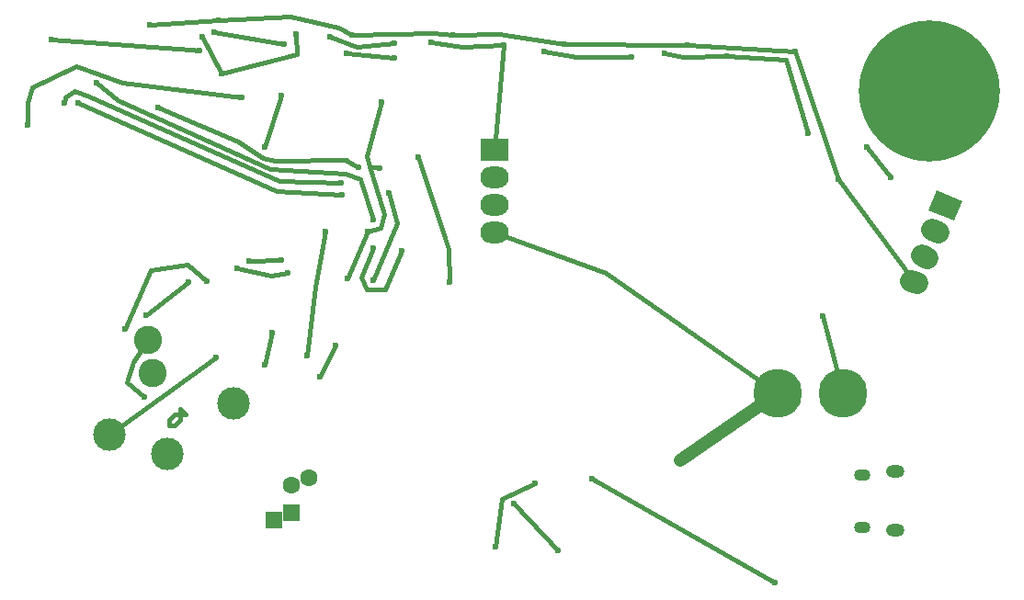
<source format=gbl>
G04 #@! TF.FileFunction,Copper,L2,Bot,Signal*
%FSLAX46Y46*%
G04 Gerber Fmt 4.6, Leading zero omitted, Abs format (unit mm)*
G04 Created by KiCad (PCBNEW 4.0.7-e2-6376~58~ubuntu16.04.1) date Wed Mar 28 00:34:47 2018*
%MOMM*%
%LPD*%
G01*
G04 APERTURE LIST*
%ADD10C,0.100000*%
%ADD11C,3.000000*%
%ADD12C,2.600000*%
%ADD13C,2.000000*%
%ADD14R,1.600000X1.600000*%
%ADD15C,1.600000*%
%ADD16C,4.500000*%
%ADD17O,1.500000X1.100000*%
%ADD18O,1.700000X1.200000*%
%ADD19C,13.000000*%
%ADD20R,2.600000X2.000000*%
%ADD21O,2.600000X2.000000*%
%ADD22C,0.600000*%
%ADD23C,0.381000*%
%ADD24C,1.143000*%
G04 APERTURE END LIST*
D10*
D11*
X99198075Y-72451614D03*
D12*
X102756765Y-63778914D03*
X103105933Y-66800186D03*
D11*
X110554260Y-69616643D03*
X104533171Y-74281027D03*
D10*
G36*
X175329268Y-49965828D02*
X177739946Y-50939805D01*
X176990732Y-52794172D01*
X174580054Y-51820195D01*
X175329268Y-49965828D01*
X175329268Y-49965828D01*
G37*
D13*
X175486654Y-53847429D02*
X174930344Y-53622665D01*
X174535154Y-56202476D02*
X173978844Y-55977712D01*
X173583653Y-58557523D02*
X173027343Y-58332759D01*
D14*
X115900000Y-79680000D03*
D15*
X115900000Y-77180000D03*
D14*
X114300000Y-80350937D03*
D15*
X117500000Y-76509063D03*
D16*
X166700000Y-68700000D03*
X160700000Y-68700000D03*
D17*
X168530000Y-81020000D03*
X168530000Y-76180000D03*
D18*
X171530000Y-81330000D03*
X171530000Y-75870000D03*
D19*
X174680000Y-40850000D03*
D20*
X134615000Y-46270000D03*
D21*
X134615000Y-48810000D03*
X134615000Y-51350000D03*
X134615000Y-53890000D03*
D22*
X114160000Y-63110000D03*
X113440000Y-66020000D03*
X117350000Y-65210000D03*
X119080000Y-53785000D03*
X108995000Y-65350000D03*
X164900000Y-61525000D03*
X163475000Y-44730000D03*
X156060000Y-37570000D03*
X150285000Y-37350000D03*
X139210000Y-37185000D03*
X147220000Y-37675000D03*
X128750000Y-36350000D03*
X135480000Y-36575000D03*
X119480000Y-35785000D03*
X125365000Y-36460000D03*
X116350000Y-35560000D03*
X109515000Y-39245000D03*
X107690000Y-35800000D03*
X102345000Y-68985000D03*
X124090000Y-47970000D03*
X121090000Y-58085000D03*
X118530000Y-67140000D03*
X120005000Y-64315000D03*
X122935000Y-53765000D03*
X124250000Y-41800000D03*
X151770000Y-74825000D03*
X166340000Y-48960000D03*
X162280000Y-37170000D03*
X152400000Y-36580000D03*
X141110000Y-36530000D03*
X130830000Y-35620000D03*
X121550000Y-35620000D03*
X109210000Y-34310000D03*
X102920000Y-34750000D03*
X123430000Y-55320000D03*
X126065000Y-55515000D03*
X134700000Y-82840000D03*
X138330000Y-76975000D03*
X113445000Y-46005000D03*
X114970000Y-41230000D03*
X106440000Y-58400000D03*
X102570000Y-61500000D03*
X108100000Y-58320000D03*
X100570000Y-62775000D03*
X115030000Y-56390000D03*
X112045000Y-56470000D03*
X140515000Y-83170000D03*
X136370000Y-78840000D03*
X122100000Y-47835000D03*
X124905000Y-50250000D03*
X123495000Y-58225000D03*
X103630000Y-42365000D03*
X127600000Y-46910000D03*
X130480000Y-58395000D03*
X143610000Y-76585000D03*
X160430000Y-86110000D03*
X98005000Y-40050000D03*
X123425000Y-52650000D03*
X107420000Y-37130000D03*
X93840000Y-36050000D03*
X171095000Y-48790000D03*
X168960000Y-46025000D03*
X108800000Y-35410000D03*
X115260000Y-36545000D03*
X121035000Y-37370000D03*
X125425000Y-37780000D03*
X91630000Y-43930000D03*
X111375000Y-41405000D03*
X110905000Y-57160000D03*
X115595000Y-57570000D03*
X120520000Y-49330000D03*
X94975000Y-41960000D03*
X96255000Y-41910000D03*
X120585000Y-50370000D03*
D23*
X105664000Y-71120000D02*
X105664000Y-70104000D01*
X105664000Y-70104000D02*
X106172000Y-70612000D01*
X106172000Y-70612000D02*
X105156000Y-70612000D01*
X105156000Y-70612000D02*
X104648000Y-71120000D01*
X104648000Y-71120000D02*
X104648000Y-71628000D01*
X104648000Y-71628000D02*
X105156000Y-71628000D01*
X105156000Y-71628000D02*
X105664000Y-71120000D01*
X113440000Y-66020000D02*
X114160000Y-63110000D01*
X117350000Y-65210000D02*
X118100000Y-58840000D01*
X118100000Y-58840000D02*
X119080000Y-53785000D01*
X99198075Y-72451614D02*
X108995000Y-65350000D01*
X164900000Y-61525000D02*
X166700000Y-68700000D01*
X156060000Y-37570000D02*
X161435000Y-37970000D01*
X161435000Y-37970000D02*
X163475000Y-44730000D01*
X156060000Y-37570000D02*
X151935000Y-37655000D01*
X151935000Y-37655000D02*
X151955000Y-37655000D01*
X151955000Y-37655000D02*
X150285000Y-37350000D01*
X139210000Y-37185000D02*
X142140000Y-37675000D01*
X142140000Y-37675000D02*
X147220000Y-37675000D01*
X134615000Y-46270000D02*
X135480000Y-36575000D01*
X128750000Y-36350000D02*
X131695000Y-36760000D01*
X131695000Y-36760000D02*
X135480000Y-36575000D01*
X119480000Y-35785000D02*
X121925000Y-36735000D01*
X121925000Y-36735000D02*
X125365000Y-36460000D01*
X116350000Y-35560000D02*
X116435000Y-37430000D01*
X116435000Y-37430000D02*
X109515000Y-39245000D01*
X107690000Y-35800000D02*
X109515000Y-39245000D01*
X102345000Y-68985000D02*
X100725000Y-67700000D01*
X100725000Y-67700000D02*
X101395000Y-65800000D01*
X101395000Y-65800000D02*
X102756765Y-63778914D01*
X134615000Y-53890000D02*
X144905000Y-57605000D01*
X144905000Y-57605000D02*
X160700000Y-68700000D01*
X124090000Y-47970000D02*
X123119007Y-47734378D01*
X123119007Y-47734378D02*
X123119007Y-47734379D01*
X121090000Y-58085000D02*
X122935000Y-53765000D01*
X118530000Y-67140000D02*
X120005000Y-64315000D01*
X122935000Y-53765000D02*
X124135000Y-53400000D01*
X124135000Y-53400000D02*
X124440000Y-52200000D01*
X124440000Y-52200000D02*
X123119007Y-47734379D01*
X123119007Y-47734379D02*
X122850000Y-46825000D01*
X122850000Y-46825000D02*
X124250000Y-41800000D01*
D24*
X151770000Y-74825000D02*
X160700000Y-68700000D01*
D23*
X166340000Y-48960000D02*
X173305498Y-58445141D01*
X162280000Y-37170000D02*
X166340000Y-48960000D01*
X152400000Y-36580000D02*
X162280000Y-37170000D01*
X141110000Y-36530000D02*
X152400000Y-36580000D01*
X130830000Y-35620000D02*
X135030000Y-35540000D01*
X135030000Y-35540000D02*
X141110000Y-36530000D01*
X121550000Y-35620000D02*
X129000000Y-35460000D01*
X129000000Y-35460000D02*
X130830000Y-35620000D01*
X109210000Y-34310000D02*
X115860000Y-33930000D01*
X120230000Y-34970000D02*
X121550000Y-35620000D01*
X115860000Y-33930000D02*
X120230000Y-34970000D01*
X102920000Y-34750000D02*
X109210000Y-34310000D01*
X123430000Y-55320000D02*
X122360000Y-57975000D01*
X122360000Y-57975000D02*
X122880000Y-59095000D01*
X122880000Y-59095000D02*
X124555000Y-59120000D01*
X124555000Y-59120000D02*
X126065000Y-55515000D01*
X134700000Y-82840000D02*
X135340000Y-78430000D01*
X135340000Y-78430000D02*
X138330000Y-76975000D01*
X113445000Y-46005000D02*
X114970000Y-41230000D01*
X102570000Y-61500000D02*
X106440000Y-58400000D01*
X103009851Y-57367493D02*
X106315000Y-56835000D01*
X106315000Y-56835000D02*
X108100000Y-58320000D01*
X100570000Y-62775000D02*
X103009851Y-57367493D01*
X103009851Y-57367493D02*
X103020000Y-57345000D01*
X103020000Y-57345000D02*
X103020000Y-57365000D01*
X115030000Y-56390000D02*
X112045000Y-56470000D01*
X140515000Y-83170000D02*
X136370000Y-78840000D01*
X120813602Y-47172178D02*
X122100000Y-47835000D01*
X124905000Y-50250000D02*
X125620000Y-53035000D01*
X125620000Y-53035000D02*
X123495000Y-58225000D01*
X103630000Y-42365000D02*
X110985000Y-45455000D01*
X110985000Y-45455000D02*
X113310000Y-46975000D01*
X113310000Y-46975000D02*
X114415000Y-47245000D01*
X114415000Y-47245000D02*
X120813602Y-47172178D01*
X120813602Y-47172178D02*
X121005000Y-47170000D01*
X127600000Y-46910000D02*
X130370000Y-55375000D01*
X130370000Y-55375000D02*
X130480000Y-58395000D01*
X143610000Y-76585000D02*
X160430000Y-86110000D01*
X98005000Y-40050000D02*
X99915000Y-41630000D01*
X99915000Y-41630000D02*
X113965000Y-48000000D01*
X113965000Y-48000000D02*
X120925000Y-48445000D01*
X120925000Y-48445000D02*
X122245000Y-48910000D01*
X122245000Y-48910000D02*
X123425000Y-52650000D01*
X106650000Y-37035000D02*
X107420000Y-37130000D01*
X93840000Y-36050000D02*
X106650000Y-37035000D01*
X171095000Y-48790000D02*
X168960000Y-46025000D01*
X108800000Y-35410000D02*
X115260000Y-36545000D01*
X121035000Y-37370000D02*
X125425000Y-37780000D01*
X100305000Y-40095000D02*
X96140000Y-38530000D01*
X96140000Y-38530000D02*
X92035000Y-40455000D01*
X92035000Y-40455000D02*
X91645000Y-41920000D01*
X91630000Y-43930000D02*
X91645000Y-41920000D01*
X100305000Y-40095000D02*
X111375000Y-41405000D01*
X110905000Y-57160000D02*
X114080000Y-57810000D01*
X114080000Y-57810000D02*
X115595000Y-57570000D01*
X120520000Y-49330000D02*
X114830000Y-49115000D01*
X114830000Y-49115000D02*
X97270000Y-41370000D01*
X97270000Y-41370000D02*
X95950000Y-40845000D01*
X95950000Y-40845000D02*
X95100000Y-41455000D01*
X95100000Y-41455000D02*
X94975000Y-41960000D01*
X96255000Y-41910000D02*
X114605000Y-50025000D01*
X114605000Y-50025000D02*
X120585000Y-50370000D01*
M02*

</source>
